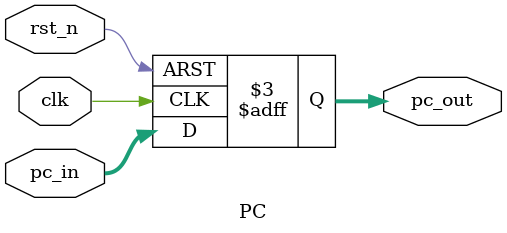
<source format=v>

module PC(
    clk,
    rst_n,
    pc_in,
    pc_out
);

// Interface
input           clk;
input           rst_n;
input   [31:0]  pc_in;
output  [31:0]  pc_out;

// Wire/Reg
reg     [31:0]  pc_out;

always @(posedge clk or negedge rst_n)
begin
    if (~rst_n)
    begin
        pc_out <= 32'b0;
    end
    else
    begin
        pc_out <= pc_in;
    end
end

endmodule

</source>
